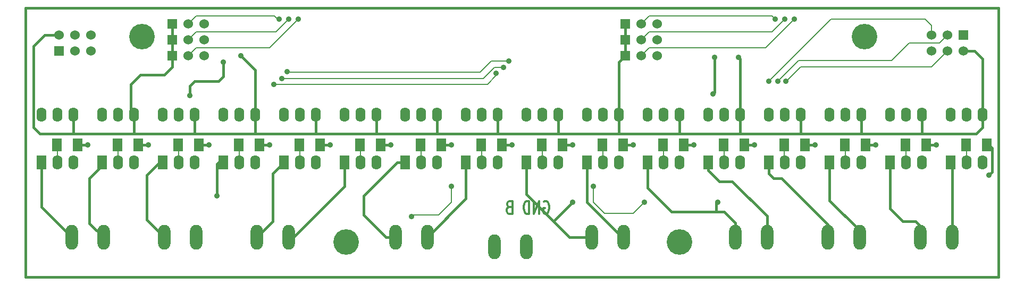
<source format=gbl>
G04 (created by PCBNEW-RS274X (2012-01-19 BZR 3256)-stable) date 15/05/2012 08:53:45*
G01*
G70*
G90*
%MOIN*%
G04 Gerber Fmt 3.4, Leading zero omitted, Abs format*
%FSLAX34Y34*%
G04 APERTURE LIST*
%ADD10C,0.006000*%
%ADD11C,0.012000*%
%ADD12C,0.015000*%
%ADD13R,0.060000X0.060000*%
%ADD14C,0.060000*%
%ADD15R,0.062000X0.090000*%
%ADD16O,0.062000X0.090000*%
%ADD17O,0.078000X0.156000*%
%ADD18R,0.060000X0.080000*%
%ADD19C,0.160000*%
%ADD20C,0.035000*%
%ADD21C,0.015900*%
%ADD22C,0.008000*%
G04 APERTURE END LIST*
G54D10*
G54D11*
X62186Y-56962D02*
X62243Y-56924D01*
X62329Y-56924D01*
X62414Y-56962D01*
X62472Y-57038D01*
X62500Y-57114D01*
X62529Y-57267D01*
X62529Y-57381D01*
X62500Y-57533D01*
X62472Y-57610D01*
X62414Y-57686D01*
X62329Y-57724D01*
X62272Y-57724D01*
X62186Y-57686D01*
X62157Y-57648D01*
X62157Y-57381D01*
X62272Y-57381D01*
X61900Y-57724D02*
X61900Y-56924D01*
X61557Y-57724D01*
X61557Y-56924D01*
X61271Y-57724D02*
X61271Y-56924D01*
X61128Y-56924D01*
X61043Y-56962D01*
X60985Y-57038D01*
X60957Y-57114D01*
X60928Y-57267D01*
X60928Y-57381D01*
X60957Y-57533D01*
X60985Y-57610D01*
X61043Y-57686D01*
X61128Y-57724D01*
X61271Y-57724D01*
X60014Y-57305D02*
X59928Y-57343D01*
X59900Y-57381D01*
X59871Y-57457D01*
X59871Y-57571D01*
X59900Y-57648D01*
X59928Y-57686D01*
X59986Y-57724D01*
X60214Y-57724D01*
X60214Y-56924D01*
X60014Y-56924D01*
X59957Y-56962D01*
X59928Y-57000D01*
X59900Y-57076D01*
X59900Y-57152D01*
X59928Y-57229D01*
X59957Y-57267D01*
X60014Y-57305D01*
X60214Y-57305D01*
G54D12*
X90700Y-61700D02*
X90700Y-44800D01*
X29700Y-61700D02*
X90700Y-61700D01*
X29700Y-44800D02*
X29700Y-61700D01*
X90700Y-44800D02*
X29700Y-44800D01*
G54D13*
X67300Y-47800D03*
G54D14*
X68300Y-47800D03*
X69300Y-47800D03*
G54D13*
X67300Y-46800D03*
G54D14*
X68300Y-46800D03*
X69300Y-46800D03*
G54D13*
X67300Y-45800D03*
G54D14*
X68300Y-45800D03*
X69300Y-45800D03*
G54D15*
X61100Y-54500D03*
G54D16*
X62100Y-54500D03*
X63100Y-54500D03*
X63100Y-51500D03*
X62100Y-51500D03*
X61100Y-51500D03*
G54D15*
X64900Y-54500D03*
G54D16*
X65900Y-54500D03*
X66900Y-54500D03*
X66900Y-51500D03*
X65900Y-51500D03*
X64900Y-51500D03*
G54D15*
X68700Y-54500D03*
G54D16*
X69700Y-54500D03*
X70700Y-54500D03*
X70700Y-51500D03*
X69700Y-51500D03*
X68700Y-51500D03*
G54D15*
X72500Y-54500D03*
G54D16*
X73500Y-54500D03*
X74500Y-54500D03*
X74500Y-51500D03*
X73500Y-51500D03*
X72500Y-51500D03*
G54D15*
X76300Y-54500D03*
G54D16*
X77300Y-54500D03*
X78300Y-54500D03*
X78300Y-51500D03*
X77300Y-51500D03*
X76300Y-51500D03*
G54D15*
X80100Y-54500D03*
G54D16*
X81100Y-54500D03*
X82100Y-54500D03*
X82100Y-51500D03*
X81100Y-51500D03*
X80100Y-51500D03*
G54D15*
X83900Y-54500D03*
G54D16*
X84900Y-54500D03*
X85900Y-54500D03*
X85900Y-51500D03*
X84900Y-51500D03*
X83900Y-51500D03*
G54D15*
X87700Y-54500D03*
G54D16*
X88700Y-54500D03*
X89700Y-54500D03*
X89700Y-51500D03*
X88700Y-51500D03*
X87700Y-51500D03*
G54D15*
X30700Y-54500D03*
G54D16*
X31700Y-54500D03*
X32700Y-54500D03*
X32700Y-51500D03*
X31700Y-51500D03*
X30700Y-51500D03*
G54D15*
X34500Y-54500D03*
G54D16*
X35500Y-54500D03*
X36500Y-54500D03*
X36500Y-51500D03*
X35500Y-51500D03*
X34500Y-51500D03*
G54D15*
X38300Y-54500D03*
G54D16*
X39300Y-54500D03*
X40300Y-54500D03*
X40300Y-51500D03*
X39300Y-51500D03*
X38300Y-51500D03*
G54D15*
X42100Y-54500D03*
G54D16*
X43100Y-54500D03*
X44100Y-54500D03*
X44100Y-51500D03*
X43100Y-51500D03*
X42100Y-51500D03*
G54D15*
X45900Y-54500D03*
G54D16*
X46900Y-54500D03*
X47900Y-54500D03*
X47900Y-51500D03*
X46900Y-51500D03*
X45900Y-51500D03*
G54D15*
X49700Y-54500D03*
G54D16*
X50700Y-54500D03*
X51700Y-54500D03*
X51700Y-51500D03*
X50700Y-51500D03*
X49700Y-51500D03*
G54D15*
X53500Y-54500D03*
G54D16*
X54500Y-54500D03*
X55500Y-54500D03*
X55500Y-51500D03*
X54500Y-51500D03*
X53500Y-51500D03*
G54D15*
X57300Y-54500D03*
G54D16*
X58300Y-54500D03*
X59300Y-54500D03*
X59300Y-51500D03*
X58300Y-51500D03*
X57300Y-51500D03*
G54D17*
X52910Y-59200D03*
X54880Y-59200D03*
X44210Y-59200D03*
X46180Y-59200D03*
X38410Y-59200D03*
X40380Y-59200D03*
X32610Y-59200D03*
X34580Y-59200D03*
X85810Y-59200D03*
X87780Y-59200D03*
X80010Y-59200D03*
X81980Y-59200D03*
X74210Y-59200D03*
X76180Y-59200D03*
X65210Y-59200D03*
X67180Y-59200D03*
G54D13*
X31800Y-47500D03*
G54D14*
X31800Y-46500D03*
X32800Y-47500D03*
X32800Y-46500D03*
X33800Y-47500D03*
X33800Y-46500D03*
G54D13*
X88500Y-46500D03*
G54D14*
X88500Y-47500D03*
X87500Y-46500D03*
X87500Y-47500D03*
X86500Y-46500D03*
X86500Y-47500D03*
G54D17*
X59110Y-59800D03*
X61080Y-59800D03*
G54D13*
X38900Y-47800D03*
G54D14*
X39900Y-47800D03*
X40900Y-47800D03*
G54D13*
X38900Y-46800D03*
G54D14*
X39900Y-46800D03*
X40900Y-46800D03*
G54D13*
X38900Y-45800D03*
G54D14*
X39900Y-45800D03*
X40900Y-45800D03*
G54D18*
X58250Y-53400D03*
X59550Y-53400D03*
X54450Y-53400D03*
X55750Y-53400D03*
X50650Y-53400D03*
X51950Y-53400D03*
X46850Y-53400D03*
X48150Y-53400D03*
X43050Y-53400D03*
X44350Y-53400D03*
X39250Y-53400D03*
X40550Y-53400D03*
X35450Y-53400D03*
X36750Y-53400D03*
X31650Y-53400D03*
X32950Y-53400D03*
X88650Y-53400D03*
X89950Y-53400D03*
X84850Y-53400D03*
X86150Y-53400D03*
X81050Y-53400D03*
X82350Y-53400D03*
X77250Y-53400D03*
X78550Y-53400D03*
X73450Y-53400D03*
X74750Y-53400D03*
X69650Y-53400D03*
X70950Y-53400D03*
X65850Y-53400D03*
X67150Y-53400D03*
X62050Y-53400D03*
X63350Y-53400D03*
G54D19*
X37000Y-46600D03*
X82300Y-46600D03*
X70700Y-59500D03*
X49800Y-59500D03*
G54D20*
X42100Y-48200D03*
X40000Y-50300D03*
X72800Y-50200D03*
X72900Y-47900D03*
X76300Y-49400D03*
X59200Y-48900D03*
X45250Y-49600D03*
X73100Y-57000D03*
X64000Y-57000D03*
X41700Y-56600D03*
X45750Y-49250D03*
X59650Y-48550D03*
X76850Y-49400D03*
X46100Y-48800D03*
X77350Y-49400D03*
X60000Y-48150D03*
X43200Y-47800D03*
X74400Y-47900D03*
X67800Y-53400D03*
X64000Y-53400D03*
X86800Y-53400D03*
X75400Y-53400D03*
X79200Y-53400D03*
X41200Y-53400D03*
X83000Y-53400D03*
X90100Y-55300D03*
X71600Y-53400D03*
X56400Y-53400D03*
X48800Y-53400D03*
X37400Y-53400D03*
X52600Y-53400D03*
X45000Y-53400D03*
X60200Y-53400D03*
X33600Y-53400D03*
X65300Y-56000D03*
X68500Y-57000D03*
X46200Y-45500D03*
X77900Y-45500D03*
X76700Y-45500D03*
X53900Y-57900D03*
X56400Y-56000D03*
X77300Y-45500D03*
X45600Y-45500D03*
X46800Y-45500D03*
G54D21*
X42100Y-49100D02*
X42100Y-48200D01*
X41800Y-49400D02*
X42100Y-49100D01*
X40300Y-49400D02*
X41800Y-49400D01*
X40000Y-49700D02*
X40300Y-49400D01*
X72800Y-50200D02*
X72900Y-50100D01*
X72900Y-50100D02*
X72900Y-47900D01*
X40000Y-50300D02*
X40000Y-49700D01*
G54D22*
X79200Y-46500D02*
X80200Y-45500D01*
X58650Y-49600D02*
X59200Y-49050D01*
X59200Y-48900D02*
X59200Y-49050D01*
X58650Y-49600D02*
X45250Y-49600D01*
X80200Y-45500D02*
X86100Y-45500D01*
X86100Y-45500D02*
X86500Y-45900D01*
X86500Y-45900D02*
X86500Y-46500D01*
X76300Y-49400D02*
X79200Y-46500D01*
G54D21*
X57300Y-54500D02*
X57300Y-56780D01*
X57300Y-56780D02*
X54880Y-59200D01*
X53000Y-54500D02*
X50900Y-56600D01*
X52300Y-59200D02*
X52910Y-59200D01*
X50900Y-56600D02*
X50900Y-57800D01*
X50900Y-57800D02*
X52300Y-59200D01*
X53500Y-54500D02*
X53000Y-54500D01*
X81980Y-59200D02*
X81980Y-58780D01*
X80100Y-56900D02*
X80100Y-54500D01*
X81980Y-58780D02*
X80100Y-56900D01*
X77100Y-55500D02*
X76600Y-55500D01*
X80010Y-58410D02*
X77100Y-55500D01*
X76600Y-55500D02*
X76300Y-55200D01*
X76300Y-55200D02*
X76300Y-54500D01*
X80010Y-59200D02*
X80010Y-58410D01*
X74000Y-55700D02*
X73200Y-55700D01*
X72500Y-55000D02*
X72500Y-54500D01*
X76180Y-59200D02*
X76180Y-57880D01*
X73200Y-55700D02*
X72500Y-55000D01*
X76180Y-57880D02*
X74000Y-55700D01*
X73000Y-57600D02*
X73000Y-57100D01*
X73500Y-57600D02*
X73000Y-57600D01*
X70200Y-57600D02*
X68700Y-56100D01*
X68700Y-56100D02*
X68700Y-54500D01*
X74210Y-58310D02*
X73500Y-57600D01*
X73000Y-57100D02*
X73100Y-57000D01*
X73000Y-57600D02*
X70200Y-57600D01*
X74210Y-59200D02*
X74210Y-58310D01*
X64900Y-57000D02*
X64900Y-54500D01*
X67100Y-59200D02*
X64900Y-57000D01*
X67180Y-59200D02*
X67100Y-59200D01*
X62800Y-58200D02*
X64000Y-57000D01*
X62800Y-58200D02*
X61100Y-56500D01*
X63800Y-59200D02*
X62800Y-58200D01*
X65210Y-59200D02*
X63800Y-59200D01*
X61100Y-56500D02*
X61100Y-54500D01*
X46500Y-59200D02*
X49700Y-56000D01*
X49700Y-56000D02*
X49700Y-54500D01*
X46180Y-59200D02*
X46500Y-59200D01*
X44210Y-59200D02*
X44210Y-59190D01*
X45200Y-58200D02*
X45200Y-55200D01*
X44210Y-59190D02*
X45200Y-58200D01*
X45200Y-55200D02*
X45900Y-54500D01*
X42100Y-54500D02*
X41800Y-54500D01*
X41700Y-54600D02*
X41700Y-56600D01*
X41800Y-54500D02*
X41700Y-54600D01*
X38100Y-54500D02*
X37300Y-55300D01*
X37300Y-58090D02*
X38410Y-59200D01*
X38300Y-54500D02*
X38100Y-54500D01*
X37300Y-55300D02*
X37300Y-58090D01*
X34500Y-54500D02*
X34500Y-54700D01*
X33700Y-55500D02*
X33700Y-58320D01*
X33700Y-58320D02*
X34580Y-59200D01*
X34500Y-54700D02*
X33700Y-55500D01*
X30700Y-57290D02*
X32610Y-59200D01*
X30700Y-54500D02*
X30700Y-57290D01*
X87780Y-54580D02*
X87700Y-54500D01*
X87780Y-59200D02*
X87780Y-54580D01*
X85810Y-58510D02*
X85500Y-58200D01*
X84700Y-58200D02*
X83900Y-57400D01*
X85500Y-58200D02*
X84700Y-58200D01*
X83900Y-57400D02*
X83900Y-54500D01*
X85810Y-59200D02*
X85810Y-58510D01*
G54D22*
X58400Y-49250D02*
X59100Y-48550D01*
X59100Y-48550D02*
X59650Y-48550D01*
X87500Y-46500D02*
X87000Y-47000D01*
X58400Y-49250D02*
X45750Y-49250D01*
X86150Y-47000D02*
X87000Y-47000D01*
X84000Y-48100D02*
X78150Y-48100D01*
X85100Y-47000D02*
X84000Y-48100D01*
X86150Y-47000D02*
X85100Y-47000D01*
X76850Y-49400D02*
X78150Y-48100D01*
X58900Y-48150D02*
X58200Y-48850D01*
X77400Y-49400D02*
X78300Y-48500D01*
X86500Y-48500D02*
X86900Y-48100D01*
X77350Y-49400D02*
X77400Y-49400D01*
X78300Y-48500D02*
X86500Y-48500D01*
X60000Y-48150D02*
X58900Y-48150D01*
X46150Y-48850D02*
X46100Y-48800D01*
X86900Y-48100D02*
X87500Y-47500D01*
X58200Y-48850D02*
X46150Y-48850D01*
G54D21*
X89200Y-47500D02*
X88500Y-47500D01*
X32700Y-51500D02*
X32700Y-52700D01*
X36900Y-49000D02*
X36300Y-49600D01*
X67300Y-45800D02*
X67300Y-46800D01*
X51700Y-51500D02*
X51700Y-52700D01*
X51700Y-52700D02*
X55500Y-52700D01*
X66900Y-52700D02*
X66900Y-51500D01*
X38900Y-48500D02*
X38900Y-47800D01*
X85900Y-51500D02*
X85900Y-52700D01*
X36900Y-49000D02*
X38100Y-49000D01*
X70700Y-52700D02*
X74500Y-52700D01*
X36500Y-51500D02*
X36500Y-52700D01*
X66900Y-52700D02*
X70700Y-52700D01*
X70700Y-52700D02*
X70700Y-51500D01*
X55500Y-51500D02*
X55500Y-52700D01*
X32700Y-52700D02*
X30600Y-52700D01*
X67300Y-46800D02*
X67300Y-47800D01*
X74500Y-51500D02*
X74500Y-52700D01*
X55500Y-52700D02*
X59300Y-52700D01*
X38900Y-45800D02*
X38900Y-46800D01*
X89700Y-51500D02*
X89700Y-48000D01*
X30200Y-52300D02*
X30200Y-47200D01*
X36700Y-52700D02*
X37600Y-52700D01*
X38400Y-49000D02*
X38100Y-49000D01*
X36300Y-49600D02*
X36300Y-51300D01*
X82100Y-52700D02*
X82100Y-51500D01*
X89700Y-52300D02*
X89700Y-51500D01*
X43200Y-47800D02*
X44100Y-48700D01*
X44100Y-51500D02*
X44100Y-52700D01*
X32700Y-52700D02*
X32900Y-52700D01*
X89300Y-52700D02*
X89700Y-52300D01*
X38400Y-49000D02*
X38900Y-48500D01*
X36500Y-51500D02*
X36300Y-51300D01*
X40300Y-51500D02*
X40300Y-52700D01*
X59300Y-52700D02*
X63100Y-52700D01*
X78300Y-52700D02*
X82100Y-52700D01*
X63100Y-52700D02*
X66900Y-52700D01*
X63100Y-52700D02*
X63100Y-51500D01*
X74500Y-52700D02*
X78300Y-52700D01*
X44100Y-52700D02*
X47900Y-52700D01*
X37600Y-52700D02*
X40300Y-52700D01*
X38900Y-46800D02*
X38900Y-47800D01*
X78300Y-51500D02*
X78300Y-52700D01*
X82100Y-52700D02*
X85900Y-52700D01*
X30600Y-52700D02*
X30200Y-52300D01*
X44100Y-48700D02*
X44100Y-51500D01*
X32900Y-52700D02*
X36500Y-52700D01*
X30900Y-46500D02*
X31800Y-46500D01*
X74500Y-48000D02*
X74500Y-51500D01*
X47900Y-51500D02*
X47900Y-52700D01*
X30200Y-47200D02*
X30900Y-46500D01*
X89700Y-48000D02*
X89200Y-47500D01*
X85900Y-52700D02*
X89300Y-52700D01*
X74400Y-47900D02*
X74500Y-48000D01*
X40300Y-52700D02*
X44100Y-52700D01*
X36500Y-52700D02*
X36700Y-52700D01*
X67300Y-47800D02*
X66900Y-48200D01*
X59300Y-52700D02*
X59300Y-51500D01*
X66900Y-48200D02*
X66900Y-51500D01*
X47900Y-52700D02*
X51700Y-52700D01*
X67800Y-53400D02*
X67150Y-53400D01*
X82350Y-53400D02*
X83000Y-53400D01*
X64000Y-53400D02*
X63350Y-53400D01*
X78550Y-53400D02*
X79200Y-53400D01*
X70950Y-53400D02*
X71600Y-53400D01*
X74750Y-53400D02*
X75400Y-53400D01*
X90100Y-53400D02*
X90300Y-53600D01*
X90300Y-53600D02*
X90300Y-55100D01*
X90300Y-55100D02*
X90100Y-55300D01*
X86150Y-53400D02*
X86800Y-53400D01*
X40550Y-53400D02*
X41200Y-53400D01*
X51950Y-53400D02*
X52600Y-53400D01*
X48150Y-53400D02*
X48800Y-53400D01*
X55750Y-53400D02*
X56400Y-53400D01*
X36750Y-53400D02*
X37400Y-53400D01*
X89950Y-53400D02*
X90100Y-53400D01*
X45000Y-53400D02*
X44350Y-53400D01*
X59550Y-53400D02*
X60200Y-53400D01*
X32950Y-53400D02*
X33600Y-53400D01*
G54D22*
X77250Y-54450D02*
X77300Y-54500D01*
X77250Y-53400D02*
X77250Y-54450D01*
X88700Y-54500D02*
X88700Y-53450D01*
X88700Y-53450D02*
X88650Y-53400D01*
X65900Y-54500D02*
X65900Y-53450D01*
X65900Y-53450D02*
X65850Y-53400D01*
X66000Y-57700D02*
X67800Y-57700D01*
X67800Y-57700D02*
X68500Y-57000D01*
X65300Y-56000D02*
X65300Y-57000D01*
X65300Y-57000D02*
X66000Y-57700D01*
X40400Y-46300D02*
X45400Y-46300D01*
X39900Y-46800D02*
X40400Y-46300D01*
X46200Y-45500D02*
X45400Y-46300D01*
X76100Y-47300D02*
X68800Y-47300D01*
X68800Y-47300D02*
X68300Y-47800D01*
X77900Y-45500D02*
X76100Y-47300D01*
X76700Y-45500D02*
X76500Y-45300D01*
X68800Y-45300D02*
X68300Y-45800D01*
X76500Y-45300D02*
X68800Y-45300D01*
X53900Y-57900D02*
X54000Y-57800D01*
X55600Y-57800D02*
X56400Y-57000D01*
X54000Y-57800D02*
X55600Y-57800D01*
X56400Y-57000D02*
X56400Y-56000D01*
X69700Y-53450D02*
X69650Y-53400D01*
X69700Y-54500D02*
X69700Y-53450D01*
X31700Y-54500D02*
X31700Y-53450D01*
X31700Y-53450D02*
X31650Y-53400D01*
X43100Y-54500D02*
X43100Y-53450D01*
X43100Y-53450D02*
X43050Y-53400D01*
X73500Y-54500D02*
X73500Y-53450D01*
X73500Y-53450D02*
X73450Y-53400D01*
X35500Y-54500D02*
X35500Y-53450D01*
X35500Y-53450D02*
X35450Y-53400D01*
X39300Y-54500D02*
X39300Y-53450D01*
X39300Y-53450D02*
X39250Y-53400D01*
X84900Y-54500D02*
X84900Y-53450D01*
X84900Y-53450D02*
X84850Y-53400D01*
X62100Y-54500D02*
X62100Y-53450D01*
X62100Y-53450D02*
X62050Y-53400D01*
X81100Y-54500D02*
X81100Y-53450D01*
X81100Y-53450D02*
X81050Y-53400D01*
X50700Y-54500D02*
X50700Y-53450D01*
X50700Y-53450D02*
X50650Y-53400D01*
X54500Y-54500D02*
X54500Y-53450D01*
X54500Y-53450D02*
X54450Y-53400D01*
X77300Y-45500D02*
X76800Y-46000D01*
X76500Y-46300D02*
X69000Y-46300D01*
X76600Y-46200D02*
X76500Y-46300D01*
X76800Y-46000D02*
X76600Y-46200D01*
X69000Y-46300D02*
X68800Y-46300D01*
X68800Y-46300D02*
X68300Y-46800D01*
X40400Y-45300D02*
X45300Y-45300D01*
X45500Y-45500D02*
X45300Y-45300D01*
X39900Y-45800D02*
X40400Y-45300D01*
X45600Y-45500D02*
X45500Y-45500D01*
X45000Y-47300D02*
X40400Y-47300D01*
X46800Y-45500D02*
X45000Y-47300D01*
X39900Y-47800D02*
X40400Y-47300D01*
X46900Y-54500D02*
X46900Y-53450D01*
X46900Y-53450D02*
X46850Y-53400D01*
X58300Y-54500D02*
X58300Y-53450D01*
X58300Y-53450D02*
X58250Y-53400D01*
M02*

</source>
